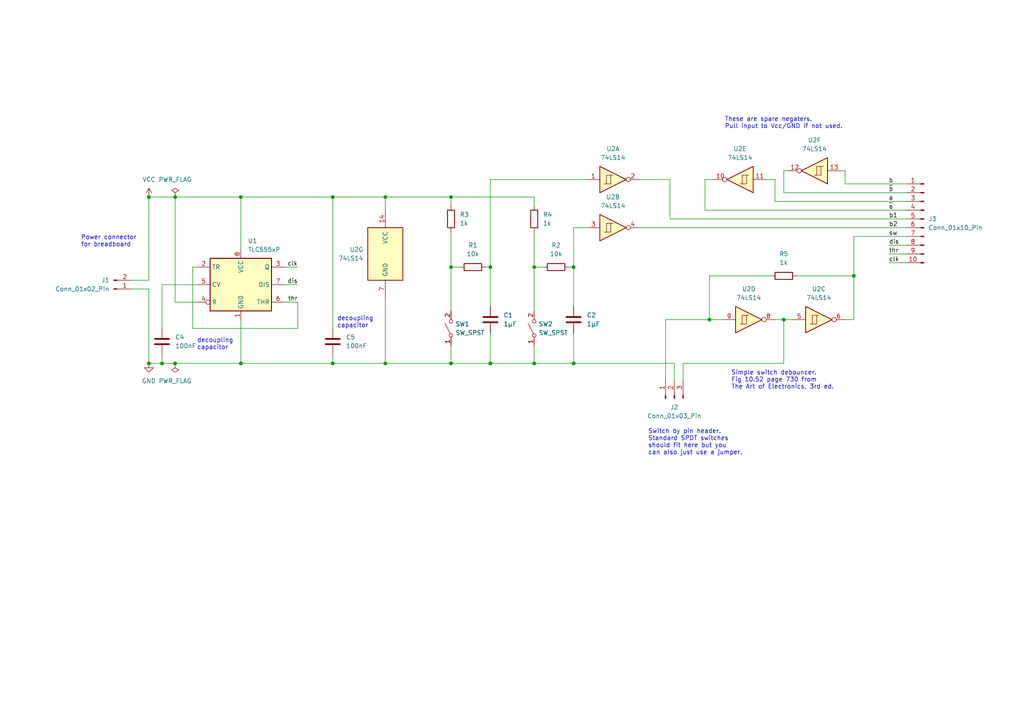
<source format=kicad_sch>
(kicad_sch (version 20250114) (generator "eeschema") (generator_version "9.0")
  (paper "A4")
  (lib_symbols
    (symbol "74xx:74LS14" (pin_names (offset 1.016))
      (property "Reference" "U" (at 0 1.27 0))
      (property "Value" "74LS14" (at 0 -1.27 0))
      (symbol "74LS14_1_0"
        (polyline (pts (xy -3.81 3.81) (xy -3.81 -3.81) (xy 3.81 0) (xy -3.81 3.81)) (stroke (width 0.254)) (fill (type background)))
        (pin input line (at -7.62 0 0) (length 3.81) (name "~") (number "1"))
        (pin output inverted (at 7.62 0 180) (length 3.81) (name "~") (number "2"))
      )
      (symbol "74LS14_1_1"
        (polyline (pts (xy -2.54 -1.27) (xy -0.635 -1.27) (xy -0.635 1.27) (xy 0 1.27)))
        (polyline (pts (xy -1.905 -1.27) (xy -1.905 1.27) (xy -0.635 1.27)))
      )
      (symbol "74LS14_2_0"
        (polyline (pts (xy -3.81 3.81) (xy -3.81 -3.81) (xy 3.81 0) (xy -3.81 3.81)) (stroke (width 0.254)) (fill (type background)))
        (pin input line (at -7.62 0 0) (length 3.81) (name "~") (number "3"))
        (pin output inverted (at 7.62 0 180) (length 3.81) (name "~") (number "4"))
      )
      (symbol "74LS14_2_1"
        (polyline (pts (xy -2.54 -1.27) (xy -0.635 -1.27) (xy -0.635 1.27) (xy 0 1.27)))
        (polyline (pts (xy -1.905 -1.27) (xy -1.905 1.27) (xy -0.635 1.27)))
      )
      (symbol "74LS14_3_0"
        (polyline (pts (xy -3.81 3.81) (xy -3.81 -3.81) (xy 3.81 0) (xy -3.81 3.81)) (stroke (width 0.254)) (fill (type background)))
        (pin input line (at -7.62 0 0) (length 3.81) (name "~") (number "5"))
        (pin output inverted (at 7.62 0 180) (length 3.81) (name "~") (number "6"))
      )
      (symbol "74LS14_3_1"
        (polyline (pts (xy -2.54 -1.27) (xy -0.635 -1.27) (xy -0.635 1.27) (xy 0 1.27)))
        (polyline (pts (xy -1.905 -1.27) (xy -1.905 1.27) (xy -0.635 1.27)))
      )
      (symbol "74LS14_4_0"
        (polyline (pts (xy -3.81 3.81) (xy -3.81 -3.81) (xy 3.81 0) (xy -3.81 3.81)) (stroke (width 0.254)) (fill (type background)))
        (pin input line (at -7.62 0 0) (length 3.81) (name "~") (number "9"))
        (pin output inverted (at 7.62 0 180) (length 3.81) (name "~") (number "8"))
      )
      (symbol "74LS14_4_1"
        (polyline (pts (xy -2.54 -1.27) (xy -0.635 -1.27) (xy -0.635 1.27) (xy 0 1.27)))
        (polyline (pts (xy -1.905 -1.27) (xy -1.905 1.27) (xy -0.635 1.27)))
      )
      (symbol "74LS14_5_0"
        (polyline (pts (xy -3.81 3.81) (xy -3.81 -3.81) (xy 3.81 0) (xy -3.81 3.81)) (stroke (width 0.254)) (fill (type background)))
        (pin input line (at -7.62 0 0) (length 3.81) (name "~") (number "11"))
        (pin output inverted (at 7.62 0 180) (length 3.81) (name "~") (number "10"))
      )
      (symbol "74LS14_5_1"
        (polyline (pts (xy -2.54 -1.27) (xy -0.635 -1.27) (xy -0.635 1.27) (xy 0 1.27)))
        (polyline (pts (xy -1.905 -1.27) (xy -1.905 1.27) (xy -0.635 1.27)))
      )
      (symbol "74LS14_6_0"
        (polyline (pts (xy -3.81 3.81) (xy -3.81 -3.81) (xy 3.81 0) (xy -3.81 3.81)) (stroke (width 0.254)) (fill (type background)))
        (pin input line (at -7.62 0 0) (length 3.81) (name "~") (number "13"))
        (pin output inverted (at 7.62 0 180) (length 3.81) (name "~") (number "12"))
      )
      (symbol "74LS14_6_1"
        (polyline (pts (xy -2.54 -1.27) (xy -0.635 -1.27) (xy -0.635 1.27) (xy 0 1.27)))
        (polyline (pts (xy -1.905 -1.27) (xy -1.905 1.27) (xy -0.635 1.27)))
      )
      (symbol "74LS14_7_0"
        (pin power_in line (at 0 12.7 270) (length 5.08) (name "VCC") (number "14"))
        (pin power_in line (at 0 -12.7 90) (length 5.08) (name "GND") (number "7"))
      )
      (symbol "74LS14_7_1"
        (rectangle (start -5.08 7.62) (end 5.08 -7.62) (stroke (width 0.254)) (fill (type background)))
      )
    )
    (symbol "Connector:Conn_01x02_Pin" (pin_names (offset 1.016) (hide yes))
      (property "Reference" "J" (at 0 2.54 0))
      (property "Value" "Conn_01x02_Pin" (at 0 -5.08 0))
      (symbol "Conn_01x02_Pin_1_1"
        (rectangle (start 0.8636 0.127) (end 0 -0.127) (stroke (width 0.1524)) (fill (type outline)))
        (rectangle (start 0.8636 -2.413) (end 0 -2.667) (stroke (width 0.1524)) (fill (type outline)))
        (polyline (pts (xy 1.27 0) (xy 0.8636 0)) (stroke (width 0.1524)))
        (polyline (pts (xy 1.27 -2.54) (xy 0.8636 -2.54)) (stroke (width 0.1524)))
        (pin passive line (at 5.08 0 180) (length 3.81) (name "Pin_1") (number "1"))
        (pin passive line (at 5.08 -2.54 180) (length 3.81) (name "Pin_2") (number "2"))
      )
    )
    (symbol "Connector:Conn_01x03_Pin" (pin_names (offset 1.016) (hide yes))
      (property "Reference" "J" (at 0 5.08 0))
      (property "Value" "Conn_01x03_Pin" (at 0 -5.08 0))
      (symbol "Conn_01x03_Pin_1_1"
        (rectangle (start 0.8636 2.667) (end 0 2.413) (stroke (width 0.1524)) (fill (type outline)))
        (rectangle (start 0.8636 0.127) (end 0 -0.127) (stroke (width 0.1524)) (fill (type outline)))
        (rectangle (start 0.8636 -2.413) (end 0 -2.667) (stroke (width 0.1524)) (fill (type outline)))
        (polyline (pts (xy 1.27 2.54) (xy 0.8636 2.54)) (stroke (width 0.1524)))
        (polyline (pts (xy 1.27 0) (xy 0.8636 0)) (stroke (width 0.1524)))
        (polyline (pts (xy 1.27 -2.54) (xy 0.8636 -2.54)) (stroke (width 0.1524)))
        (pin passive line (at 5.08 2.54 180) (length 3.81) (name "Pin_1") (number "1"))
        (pin passive line (at 5.08 0 180) (length 3.81) (name "Pin_2") (number "2"))
        (pin passive line (at 5.08 -2.54 180) (length 3.81) (name "Pin_3") (number "3"))
      )
    )
    (symbol "Connector:Conn_01x10_Pin" (pin_names (offset 1.016) (hide yes))
      (property "Reference" "J" (at 0 12.7 0))
      (property "Value" "Conn_01x10_Pin" (at 0 -15.24 0))
      (symbol "Conn_01x10_Pin_1_1"
        (rectangle (start 0.8636 10.287) (end 0 10.033) (stroke (width 0.1524)) (fill (type outline)))
        (rectangle (start 0.8636 7.747) (end 0 7.493) (stroke (width 0.1524)) (fill (type outline)))
        (rectangle (start 0.8636 5.207) (end 0 4.953) (stroke (width 0.1524)) (fill (type outline)))
        (rectangle (start 0.8636 2.667) (end 0 2.413) (stroke (width 0.1524)) (fill (type outline)))
        (rectangle (start 0.8636 0.127) (end 0 -0.127) (stroke (width 0.1524)) (fill (type outline)))
        (rectangle (start 0.8636 -2.413) (end 0 -2.667) (stroke (width 0.1524)) (fill (type outline)))
        (rectangle (start 0.8636 -4.953) (end 0 -5.207) (stroke (width 0.1524)) (fill (type outline)))
        (rectangle (start 0.8636 -7.493) (end 0 -7.747) (stroke (width 0.1524)) (fill (type outline)))
        (rectangle (start 0.8636 -10.033) (end 0 -10.287) (stroke (width 0.1524)) (fill (type outline)))
        (rectangle (start 0.8636 -12.573) (end 0 -12.827) (stroke (width 0.1524)) (fill (type outline)))
        (polyline (pts (xy 1.27 10.16) (xy 0.8636 10.16)) (stroke (width 0.1524)))
        (polyline (pts (xy 1.27 7.62) (xy 0.8636 7.62)) (stroke (width 0.1524)))
        (polyline (pts (xy 1.27 5.08) (xy 0.8636 5.08)) (stroke (width 0.1524)))
        (polyline (pts (xy 1.27 2.54) (xy 0.8636 2.54)) (stroke (width 0.1524)))
        (polyline (pts (xy 1.27 0) (xy 0.8636 0)) (stroke (width 0.1524)))
        (polyline (pts (xy 1.27 -2.54) (xy 0.8636 -2.54)) (stroke (width 0.1524)))
        (polyline (pts (xy 1.27 -5.08) (xy 0.8636 -5.08)) (stroke (width 0.1524)))
        (polyline (pts (xy 1.27 -7.62) (xy 0.8636 -7.62)) (stroke (width 0.1524)))
        (polyline (pts (xy 1.27 -10.16) (xy 0.8636 -10.16)) (stroke (width 0.1524)))
        (polyline (pts (xy 1.27 -12.7) (xy 0.8636 -12.7)) (stroke (width 0.1524)))
        (pin passive line (at 5.08 10.16 180) (length 3.81) (name "Pin_1") (number "1"))
        (pin passive line (at 5.08 7.62 180) (length 3.81) (name "Pin_2") (number "2"))
        (pin passive line (at 5.08 5.08 180) (length 3.81) (name "Pin_3") (number "3"))
        (pin passive line (at 5.08 2.54 180) (length 3.81) (name "Pin_4") (number "4"))
        (pin passive line (at 5.08 0 180) (length 3.81) (name "Pin_5") (number "5"))
        (pin passive line (at 5.08 -2.54 180) (length 3.81) (name "Pin_6") (number "6"))
        (pin passive line (at 5.08 -5.08 180) (length 3.81) (name "Pin_7") (number "7"))
        (pin passive line (at 5.08 -7.62 180) (length 3.81) (name "Pin_8") (number "8"))
        (pin passive line (at 5.08 -10.16 180) (length 3.81) (name "Pin_9") (number "9"))
        (pin passive line (at 5.08 -12.7 180) (length 3.81) (name "Pin_10") (number "10"))
      )
    )
    (symbol "Device:C" (pin_numbers (hide yes)) (pin_names (offset 0.254))
      (property "Reference" "C" (at 0.635 2.54 0))
      (property "Value" "C" (at 0.635 -2.54 0))
      (symbol "C_0_1"
        (polyline (pts (xy -2.032 0.762) (xy 2.032 0.762)) (stroke (width 0.508)))
        (polyline (pts (xy -2.032 -0.762) (xy 2.032 -0.762)) (stroke (width 0.508)))
      )
      (symbol "C_1_1"
        (pin passive line (at 0 3.81 270) (length 2.794) (name "~") (number "1"))
        (pin passive line (at 0 -3.81 90) (length 2.794) (name "~") (number "2"))
      )
    )
    (symbol "Device:R" (pin_numbers (hide yes)) (pin_names (offset 0))
      (property "Reference" "R" (at 2.032 0 90))
      (property "Value" "R" (at 0 0 90))
      (symbol "R_0_1"
        (rectangle (start -1.016 -2.54) (end 1.016 2.54) (stroke (width 0.254)))
      )
      (symbol "R_1_1"
        (pin passive line (at 0 3.81 270) (length 1.27) (name "~") (number "1"))
        (pin passive line (at 0 -3.81 90) (length 1.27) (name "~") (number "2"))
      )
    )
    (symbol "Switch:SW_SPST" (pin_names (offset 0) (hide yes))
      (property "Reference" "SW" (at 0 3.175 0))
      (property "Value" "SW_SPST" (at 0 -2.54 0))
      (symbol "SW_SPST_0_0"
        (circle (center -2.032 0) (radius 0.508))
        (polyline (pts (xy -1.524 0.254) (xy 1.524 1.778)))
        (circle (center 2.032 0) (radius 0.508))
      )
      (symbol "SW_SPST_1_1"
        (pin passive line (at -5.08 0 0) (length 2.54) (name "A") (number "1"))
        (pin passive line (at 5.08 0 180) (length 2.54) (name "B") (number "2"))
      )
    )
    (symbol "Timer:TLC555xP"
      (property "Reference" "U" (at -10.16 8.89 0))
      (property "Value" "TLC555xP" (at 2.54 8.89 0))
      (symbol "TLC555xP_0_0"
        (pin power_in line (at 0 10.16 270) (length 2.54) (name "VCC") (number "8"))
        (pin power_in line (at 0 -10.16 90) (length 2.54) (name "GND") (number "1"))
      )
      (symbol "TLC555xP_0_1"
        (rectangle (start -8.89 -7.62) (end 8.89 7.62) (stroke (width 0.254)) (fill (type background)))
        (rectangle (start -8.89 -7.62) (end 8.89 7.62) (stroke (width 0.254)) (fill (type background)))
      )
      (symbol "TLC555xP_1_1"
        (pin input line (at -12.7 5.08 0) (length 3.81) (name "TR") (number "2"))
        (pin input line (at -12.7 0 0) (length 3.81) (name "CV") (number "5"))
        (pin input inverted (at -12.7 -5.08 0) (length 3.81) (name "R") (number "4"))
        (pin output line (at 12.7 5.08 180) (length 3.81) (name "Q") (number "3"))
        (pin input line (at 12.7 0 180) (length 3.81) (name "DIS") (number "7"))
        (pin input line (at 12.7 -5.08 180) (length 3.81) (name "THR") (number "6"))
      )
    )
    (symbol "power:GND" (power) (pin_names (offset 0))
      (property "Value" "GND" (at 0 -3.81 0))
      (symbol "GND_0_1"
        (polyline (pts (xy 0 0) (xy 0 -1.27) (xy 1.27 -1.27) (xy 0 -2.54) (xy -1.27 -1.27) (xy 0 -1.27)))
      )
      (symbol "GND_1_1"
        (pin power_in line (at 0 0 270) (length 0) (hide yes) (name "GND") (number "1"))
      )
    )
    (symbol "power:PWR_FLAG" (power) (pin_numbers (hide yes)) (pin_names (offset 0) (hide yes))
      (property "Value" "PWR_FLAG" (at 0 3.81 0))
      (symbol "PWR_FLAG_0_0"
        (pin power_out line (at 0 0 90) (length 0) (name "pwr") (number "1"))
      )
      (symbol "PWR_FLAG_0_1"
        (polyline (pts (xy 0 0) (xy 0 1.27) (xy -1.016 1.905) (xy 0 2.54) (xy 1.016 1.905) (xy 0 1.27)))
      )
    )
    (symbol "power:VCC" (power) (pin_names (offset 0))
      (property "Value" "VCC" (at 0 3.81 0))
      (symbol "VCC_0_1"
        (polyline (pts (xy -0.762 1.27) (xy 0 2.54)))
        (polyline (pts (xy 0 2.54) (xy 0.762 1.27)))
        (polyline (pts (xy 0 0) (xy 0 2.54)))
      )
      (symbol "VCC_1_1"
        (pin power_in line (at 0 0 90) (length 0) (hide yes) (name "VCC") (number "1"))
      )
    )
  )
  (text "decoupling\ncapacitor" (at 97.79 95.25 0) (effects (font (size 1.27 1.27)) (justify left bottom)))
  (text "Power connector\nfor breadboard" (at 23.495 71.755 0) (effects (font (size 1.27 1.27)) (justify left bottom)))
  (text "Simple switch debouncer.\nFig 10.52 page 730 from\nThe Art of Electronics, 3rd ed." (at 212.09 113.03 0) (effects (font (size 1.27 1.27)) (justify left bottom)))
  (text "These are spare negaters. \nPull input to Vcc/GND if not used." (at 210.185 37.465 0) (effects (font (size 1.27 1.27)) (justify left bottom)))
  (text "Switch by pin header.\nStandard SPDT switches\nshould fit here but you\ncan also just use a jumper." (at 187.96 132.08 0) (effects (font (size 1.27 1.27)) (justify left bottom)))
  (text "decoupling\ncapacitor" (at 57.15 101.6 0) (effects (font (size 1.27 1.27)) (justify left bottom)))
  (junction (at 43.18 57.15))
  (junction (at 69.85 57.15))
  (junction (at 50.8 105.41))
  (junction (at 96.52 57.15))
  (junction (at 247.65 80.01))
  (junction (at 130.81 57.15))
  (junction (at 227.33 92.71))
  (junction (at 46.99 105.41))
  (junction (at 142.24 77.47))
  (junction (at 205.74 92.71))
  (junction (at 50.8 57.15))
  (junction (at 111.76 105.41))
  (junction (at 166.37 77.47))
  (junction (at 69.85 105.41))
  (junction (at 142.24 105.41))
  (junction (at 130.81 77.47))
  (junction (at 111.76 57.15))
  (junction (at 166.37 105.41))
  (junction (at 154.94 77.47))
  (junction (at 43.18 105.41))
  (junction (at 96.52 105.41))
  (junction (at 130.81 105.41))
  (junction (at 154.94 105.41))
  (wire (pts (xy 205.74 92.71) (xy 209.55 92.71)))
  (wire (pts (xy 247.65 68.58) (xy 262.89 68.58)))
  (wire (pts (xy 69.85 57.15) (xy 96.52 57.15)))
  (wire (pts (xy 245.11 49.53) (xy 245.11 53.34)))
  (wire (pts (xy 130.81 67.31) (xy 130.81 77.47)))
  (wire (pts (xy 166.37 105.41) (xy 195.58 105.41)))
  (wire (pts (xy 130.81 57.15) (xy 130.81 59.69)))
  (wire (pts (xy 130.81 100.33) (xy 130.81 105.41)))
  (wire (pts (xy 205.74 80.01) (xy 223.52 80.01)))
  (wire (pts (xy 140.97 77.47) (xy 142.24 77.47)))
  (wire (pts (xy 69.85 105.41) (xy 96.52 105.41)))
  (wire (pts (xy 86.36 95.25) (xy 86.36 87.63)))
  (wire (pts (xy 204.47 52.07) (xy 207.01 52.07)))
  (wire (pts (xy 227.33 92.71) (xy 229.87 92.71)))
  (wire (pts (xy 82.55 82.55) (xy 86.36 82.55)))
  (wire (pts (xy 43.18 57.15) (xy 50.8 57.15)))
  (wire (pts (xy 166.37 66.04) (xy 170.18 66.04)))
  (wire (pts (xy 46.99 105.41) (xy 50.8 105.41)))
  (wire (pts (xy 247.65 80.01) (xy 247.65 68.58)))
  (wire (pts (xy 227.33 49.53) (xy 227.33 55.88)))
  (wire (pts (xy 231.14 80.01) (xy 247.65 80.01)))
  (wire (pts (xy 142.24 105.41) (xy 154.94 105.41)))
  (wire (pts (xy 69.85 57.15) (xy 69.85 72.39)))
  (wire (pts (xy 157.48 77.47) (xy 154.94 77.47)))
  (wire (pts (xy 204.47 60.96) (xy 262.89 60.96)))
  (wire (pts (xy 154.94 100.33) (xy 154.94 105.41)))
  (wire (pts (xy 166.37 77.47) (xy 165.1 77.47)))
  (wire (pts (xy 154.94 67.31) (xy 154.94 77.47)))
  (wire (pts (xy 69.85 92.71) (xy 69.85 105.41)))
  (wire (pts (xy 166.37 77.47) (xy 166.37 66.04)))
  (wire (pts (xy 224.79 92.71) (xy 227.33 92.71)))
  (wire (pts (xy 55.88 95.25) (xy 86.36 95.25)))
  (wire (pts (xy 43.18 83.82) (xy 43.18 105.41)))
  (wire (pts (xy 205.74 80.01) (xy 205.74 92.71)))
  (wire (pts (xy 247.65 92.71) (xy 247.65 80.01)))
  (wire (pts (xy 142.24 77.47) (xy 142.24 88.9)))
  (wire (pts (xy 227.33 92.71) (xy 227.33 105.41)))
  (wire (pts (xy 46.99 102.87) (xy 46.99 105.41)))
  (wire (pts (xy 245.11 53.34) (xy 262.89 53.34)))
  (wire (pts (xy 257.81 76.2) (xy 262.89 76.2)))
  (wire (pts (xy 96.52 102.87) (xy 96.52 105.41)))
  (wire (pts (xy 194.31 63.5) (xy 262.89 63.5)))
  (wire (pts (xy 50.8 105.41) (xy 69.85 105.41)))
  (wire (pts (xy 142.24 77.47) (xy 142.24 52.07)))
  (wire (pts (xy 57.15 87.63) (xy 50.8 87.63)))
  (wire (pts (xy 257.81 73.66) (xy 262.89 73.66)))
  (wire (pts (xy 130.81 77.47) (xy 130.81 90.17)))
  (wire (pts (xy 166.37 77.47) (xy 166.37 88.9)))
  (wire (pts (xy 262.89 71.12) (xy 257.81 71.12)))
  (wire (pts (xy 142.24 96.52) (xy 142.24 105.41)))
  (wire (pts (xy 154.94 105.41) (xy 166.37 105.41)))
  (wire (pts (xy 227.33 55.88) (xy 262.89 55.88)))
  (wire (pts (xy 82.55 77.47) (xy 86.36 77.47)))
  (wire (pts (xy 96.52 105.41) (xy 111.76 105.41)))
  (wire (pts (xy 130.81 105.41) (xy 142.24 105.41)))
  (wire (pts (xy 243.84 49.53) (xy 245.11 49.53)))
  (wire (pts (xy 193.04 92.71) (xy 205.74 92.71)))
  (wire (pts (xy 154.94 77.47) (xy 154.94 90.17)))
  (wire (pts (xy 50.8 57.15) (xy 69.85 57.15)))
  (wire (pts (xy 193.04 110.49) (xy 193.04 92.71)))
  (wire (pts (xy 46.99 82.55) (xy 57.15 82.55)))
  (wire (pts (xy 245.11 92.71) (xy 247.65 92.71)))
  (wire (pts (xy 228.6 49.53) (xy 227.33 49.53)))
  (wire (pts (xy 222.25 52.07) (xy 224.79 52.07)))
  (wire (pts (xy 82.55 87.63) (xy 86.36 87.63)))
  (wire (pts (xy 185.42 66.04) (xy 262.89 66.04)))
  (wire (pts (xy 46.99 82.55) (xy 46.99 95.25)))
  (wire (pts (xy 198.12 105.41) (xy 227.33 105.41)))
  (wire (pts (xy 111.76 86.36) (xy 111.76 105.41)))
  (wire (pts (xy 50.8 87.63) (xy 50.8 57.15)))
  (wire (pts (xy 142.24 52.07) (xy 170.18 52.07)))
  (wire (pts (xy 224.79 58.42) (xy 262.89 58.42)))
  (wire (pts (xy 38.1 83.82) (xy 43.18 83.82)))
  (wire (pts (xy 195.58 105.41) (xy 195.58 110.49)))
  (wire (pts (xy 130.81 57.15) (xy 154.94 57.15)))
  (wire (pts (xy 166.37 96.52) (xy 166.37 105.41)))
  (wire (pts (xy 185.42 52.07) (xy 194.31 52.07)))
  (wire (pts (xy 111.76 105.41) (xy 130.81 105.41)))
  (wire (pts (xy 55.88 95.25) (xy 55.88 77.47)))
  (wire (pts (xy 198.12 105.41) (xy 198.12 110.49)))
  (wire (pts (xy 38.1 81.28) (xy 43.18 81.28)))
  (wire (pts (xy 96.52 57.15) (xy 96.52 95.25)))
  (wire (pts (xy 154.94 57.15) (xy 154.94 59.69)))
  (wire (pts (xy 194.31 52.07) (xy 194.31 63.5)))
  (wire (pts (xy 111.76 57.15) (xy 111.76 60.96)))
  (wire (pts (xy 96.52 57.15) (xy 111.76 57.15)))
  (wire (pts (xy 224.79 58.42) (xy 224.79 52.07)))
  (wire (pts (xy 43.18 105.41) (xy 46.99 105.41)))
  (wire (pts (xy 130.81 77.47) (xy 133.35 77.47)))
  (wire (pts (xy 43.18 57.15) (xy 43.18 81.28)))
  (wire (pts (xy 55.88 77.47) (xy 57.15 77.47)))
  (wire (pts (xy 111.76 57.15) (xy 130.81 57.15)))
  (wire (pts (xy 204.47 60.96) (xy 204.47 52.07)))
  (label "a" (at 259.08 58.42 180))
  (label "~{a}" (at 259.08 60.96 180))
  (label "dis" (at 86.36 82.55 180))
  (label "~{b}" (at 259.08 55.88 180))
  (label "b" (at 259.08 53.34 180))
  (label "thr" (at 257.81 73.66 0))
  (label "b1" (at 257.81 63.5 0))
  (label "clk" (at 86.36 77.47 180))
  (label "sw" (at 260.35 68.58 180))
  (label "b2" (at 257.81 66.04 0))
  (label "dis" (at 257.81 71.12 0))
  (label "clk" (at 257.81 76.2 0))
  (label "thr" (at 86.36 87.63 180))
  (symbol (lib_id "Device:C") (at 46.99 99.06 0) (unit 1)
    (property "Reference" "C4" (at 50.8 97.7899 0) (effects (justify left)))
    (property "Value" "100nF" (at 50.8 100.3299 0) (effects (justify left)))
    (property "Footprint" "Capacitor_THT:C_Disc_D5.0mm_W2.5mm_P5.00mm" (effects (hide yes)))
  )
  (symbol (lib_id "Connector:Conn_01x02_Pin") (at 33.02 83.82 0) (mirror x) (unit 1)
    (property "Reference" "J1" (at 31.75 81.2799 0) (effects (justify right)))
    (property "Value" "Conn_01x02_Pin" (at 31.75 83.8199 0) (effects (justify right)))
    (property "Footprint" "Connector_PinHeader_2.54mm:PinHeader_1x02_P2.54mm_Vertical" (effects (hide yes)))
    (property "Description" "Generic connector, single row, 01x02, script generated" (effects (hide yes)))
  )
  (symbol (lib_id "Device:R") (at 161.29 77.47 90) (unit 1)
    (property "Reference" "R2" (at 161.29 71.12 90))
    (property "Value" "10k" (at 161.29 73.66 90))
    (property "Footprint" "Resistor_THT:R_Axial_DIN0207_L6.3mm_D2.5mm_P2.54mm_Vertical" (effects (hide yes)))
  )
  (symbol (lib_id "Connector:Conn_01x03_Pin") (at 195.58 115.57 90) (unit 1)
    (property "Reference" "J2" (at 195.58 118.11 90))
    (property "Value" "Conn_01x03_Pin" (at 195.58 120.65 90))
    (property "Footprint" "Connector_PinHeader_2.54mm:PinHeader_1x03_P2.54mm_Vertical" (effects (hide yes)))
    (property "Description" "Generic connector, single row, 01x03, script generated" (effects (hide yes)))
  )
  (symbol (lib_id "power:PWR_FLAG") (at 50.8 57.15 0) (unit 1)
    (property "Reference" "#FLG01" (effects (hide yes)))
    (property "Value" "PWR_FLAG" (at 50.8 52.07 0))
  )
  (symbol (lib_id "74xx:74LS14") (at 237.49 92.71 0) (unit 3)
    (property "Reference" "U2" (at 237.49 83.82 0))
    (property "Value" "74LS14" (at 237.49 86.36 0))
    (property "Footprint" "Package_DIP:DIP-14_W7.62mm" (effects (hide yes)))
    (property "Datasheet" "http://www.ti.com/lit/gpn/sn74LS14" (effects (hide yes)))
  )
  (symbol (lib_id "74xx:74LS14") (at 177.8 52.07 0) (unit 1)
    (property "Reference" "U2" (at 177.8 43.18 0))
    (property "Value" "74LS14" (at 177.8 45.72 0))
    (property "Footprint" "Package_DIP:DIP-14_W7.62mm" (effects (hide yes)))
    (property "Datasheet" "http://www.ti.com/lit/gpn/sn74LS14" (effects (hide yes)))
  )
  (symbol (lib_id "74xx:74LS14") (at 214.63 52.07 180) (unit 5)
    (property "Reference" "U2" (at 214.63 43.18 0))
    (property "Value" "74LS14" (at 214.63 45.72 0))
    (property "Footprint" "Package_DIP:DIP-14_W7.62mm" (effects (hide yes)))
    (property "Datasheet" "http://www.ti.com/lit/gpn/sn74LS14" (effects (hide yes)))
  )
  (symbol (lib_id "Device:R") (at 130.81 63.5 180) (unit 1)
    (property "Reference" "R3" (at 133.35 62.2299 0) (effects (justify right)))
    (property "Value" "1k" (at 133.35 64.7699 0) (effects (justify right)))
    (property "Footprint" "Resistor_THT:R_Axial_DIN0207_L6.3mm_D2.5mm_P2.54mm_Vertical" (effects (hide yes)))
  )
  (symbol (lib_id "Device:R") (at 227.33 80.01 90) (unit 1)
    (property "Reference" "R5" (at 227.33 73.66 90))
    (property "Value" "1k" (at 227.33 76.2 90))
    (property "Footprint" "Resistor_THT:R_Axial_DIN0207_L6.3mm_D2.5mm_P2.54mm_Vertical" (effects (hide yes)))
  )
  (symbol (lib_id "Switch:SW_SPST") (at 130.81 95.25 90) (unit 1)
    (property "Reference" "SW1" (at 132.08 93.9799 90) (effects (justify right)))
    (property "Value" "SW_SPST" (at 132.08 96.5199 90) (effects (justify right)))
    (property "Footprint" "Button_Switch_THT:SW_PUSH_6mm" (effects (hide yes)))
  )
  (symbol (lib_id "74xx:74LS14") (at 236.22 49.53 180) (unit 6)
    (property "Reference" "U2" (at 236.22 40.64 0))
    (property "Value" "74LS14" (at 236.22 43.18 0))
    (property "Footprint" "Package_DIP:DIP-14_W7.62mm" (effects (hide yes)))
    (property "Datasheet" "http://www.ti.com/lit/gpn/sn74LS14" (effects (hide yes)))
  )
  (symbol (lib_id "74xx:74LS14") (at 111.76 73.66 0) (unit 7)
    (property "Reference" "U2" (at 105.41 72.3899 0) (effects (justify right)))
    (property "Value" "74LS14" (at 105.41 74.9299 0) (effects (justify right)))
    (property "Footprint" "Package_DIP:DIP-14_W7.62mm" (effects (hide yes)))
    (property "Datasheet" "http://www.ti.com/lit/gpn/sn74LS14" (effects (hide yes)))
  )
  (symbol (lib_id "74xx:74LS14") (at 217.17 92.71 0) (unit 4)
    (property "Reference" "U2" (at 217.17 83.82 0))
    (property "Value" "74LS14" (at 217.17 86.36 0))
    (property "Footprint" "Package_DIP:DIP-14_W7.62mm" (effects (hide yes)))
    (property "Datasheet" "http://www.ti.com/lit/gpn/sn74LS14" (effects (hide yes)))
  )
  (symbol (lib_id "Switch:SW_SPST") (at 154.94 95.25 90) (unit 1)
    (property "Reference" "SW2" (at 156.21 93.9799 90) (effects (justify right)))
    (property "Value" "SW_SPST" (at 156.21 96.5199 90) (effects (justify right)))
    (property "Footprint" "Button_Switch_THT:SW_PUSH_6mm" (effects (hide yes)))
  )
  (symbol (lib_id "power:GND") (at 43.18 105.41 0) (unit 1)
    (property "Reference" "#PWR02" (effects (hide yes)))
    (property "Value" "GND" (at 43.18 110.49 0))
  )
  (symbol (lib_id "Device:C") (at 142.24 92.71 0) (unit 1)
    (property "Reference" "C1" (at 146.05 91.4399 0) (effects (justify left)))
    (property "Value" "1µF" (at 146.05 93.9799 0) (effects (justify left)))
    (property "Footprint" "Capacitor_THT:CP_Radial_D4.0mm_P1.50mm" (effects (hide yes)))
  )
  (symbol (lib_id "74xx:74LS14") (at 177.8 66.04 0) (unit 2)
    (property "Reference" "U2" (at 177.8 57.15 0))
    (property "Value" "74LS14" (at 177.8 59.69 0))
    (property "Footprint" "Package_DIP:DIP-14_W7.62mm" (effects (hide yes)))
    (property "Datasheet" "http://www.ti.com/lit/gpn/sn74LS14" (effects (hide yes)))
  )
  (symbol (lib_id "Timer:TLC555xP") (at 69.85 82.55 0) (unit 1)
    (property "Reference" "U1" (at 71.8694 69.85 0) (effects (justify left)))
    (property "Value" "TLC555xP" (at 71.8694 72.39 0) (effects (justify left)))
    (property "Footprint" "Package_DIP:DIP-8_W7.62mm" (effects (hide yes)))
    (property "Datasheet" "http://www.ti.com/lit/ds/symlink/tlc555.pdf" (effects (hide yes)))
  )
  (symbol (lib_id "Device:R") (at 137.16 77.47 90) (unit 1)
    (property "Reference" "R1" (at 137.16 71.12 90))
    (property "Value" "10k" (at 137.16 73.66 90))
    (property "Footprint" "Resistor_THT:R_Axial_DIN0207_L6.3mm_D2.5mm_P2.54mm_Vertical" (effects (hide yes)))
  )
  (symbol (lib_id "Device:C") (at 166.37 92.71 0) (mirror y) (unit 1)
    (property "Reference" "C2" (at 170.18 91.4399 0) (effects (justify right)))
    (property "Value" "1µF" (at 170.18 93.9799 0) (effects (justify right)))
    (property "Footprint" "Capacitor_THT:CP_Radial_D4.0mm_P1.50mm" (effects (hide yes)))
  )
  (symbol (lib_id "Device:R") (at 154.94 63.5 180) (unit 1)
    (property "Reference" "R4" (at 157.48 62.2299 0) (effects (justify right)))
    (property "Value" "1k" (at 157.48 64.7699 0) (effects (justify right)))
    (property "Footprint" "Resistor_THT:R_Axial_DIN0207_L6.3mm_D2.5mm_P2.54mm_Vertical" (effects (hide yes)))
  )
  (symbol (lib_id "Device:C") (at 96.52 99.06 0) (unit 1)
    (property "Reference" "C5" (at 100.33 97.7899 0) (effects (justify left)))
    (property "Value" "100nF" (at 100.33 100.3299 0) (effects (justify left)))
    (property "Footprint" "Capacitor_THT:C_Disc_D5.0mm_W2.5mm_P5.00mm" (effects (hide yes)))
  )
  (symbol (lib_id "Connector:Conn_01x10_Pin") (at 267.97 63.5 0) (mirror y) (unit 1)
    (property "Reference" "J3" (at 269.24 63.4999 0) (effects (justify right)))
    (property "Value" "Conn_01x10_Pin" (at 269.24 66.0399 0) (effects (justify right)))
    (property "Footprint" "Connector_PinHeader_2.54mm:PinHeader_1x10_P2.54mm_Vertical" (effects (hide yes)))
    (property "Description" "Generic connector, single row, 01x10, script generated" (effects (hide yes)))
  )
  (symbol (lib_id "power:VCC") (at 43.18 57.15 0) (unit 1)
    (property "Reference" "#PWR01" (effects (hide yes)))
    (property "Value" "VCC" (at 43.18 52.07 0))
  )
  (symbol (lib_id "power:PWR_FLAG") (at 50.8 105.41 180) (unit 1)
    (property "Reference" "#FLG02" (effects (hide yes)))
    (property "Value" "PWR_FLAG" (at 50.8 110.49 0))
  )
)
</source>
